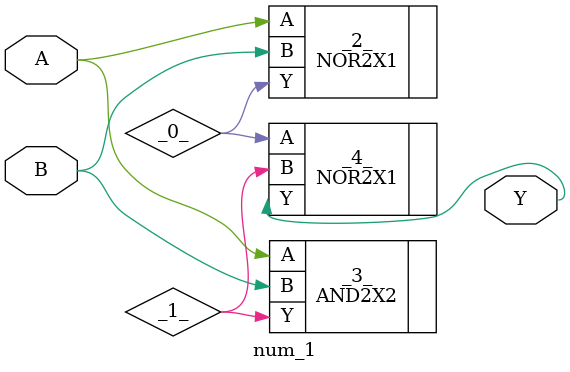
<source format=v>
/* Generated by Yosys 0.7 (git sha1 61f6811, gcc 6.2.0-11ubuntu1 -O2 -fdebug-prefix-map=/build/yosys-OIL3SR/yosys-0.7=. -fstack-protector-strong -fPIC -Os) */

(* src = "Test_Designs/num_1.v:6" *)
module num_1(A, B, Y);
  wire _0_;
  wire _1_;
  (* src = "Test_Designs/num_1.v:6" *)
  input A;
  (* src = "Test_Designs/num_1.v:6" *)
  input B;
  (* src = "Test_Designs/num_1.v:6" *)
  output Y;
  NOR2X1 _2_ (
    .A(A),
    .B(B),
    .Y(_0_)
  );
  AND2X2 _3_ (
    .A(A),
    .B(B),
    .Y(_1_)
  );
  NOR2X1 _4_ (
    .A(_0_),
    .B(_1_),
    .Y(Y)
  );
endmodule

</source>
